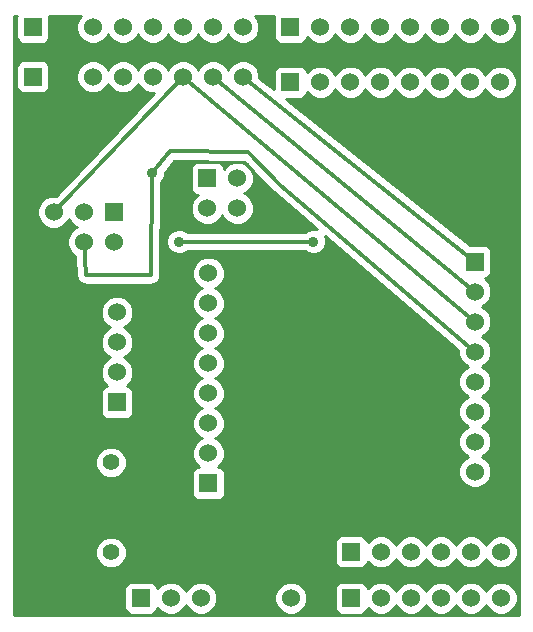
<source format=gbl>
G04 (created by PCBNEW-RS274X (2011-nov-30)-testing) date Fri 25 May 2012 05:34:57 PM EDT*
%MOIN*%
G04 Gerber Fmt 3.4, Leading zero omitted, Abs format*
%FSLAX34Y34*%
G01*
G70*
G90*
G04 APERTURE LIST*
%ADD10C,0.006*%
%ADD11R,0.06X0.06*%
%ADD12C,0.06*%
%ADD13C,0.055*%
%ADD14C,0.035*%
%ADD15C,0.014*%
%ADD16C,0.01*%
G04 APERTURE END LIST*
G54D10*
G54D11*
X58996Y-52520D03*
G54D12*
X59996Y-52520D03*
X60996Y-52520D03*
X61996Y-52520D03*
X62996Y-52520D03*
X63996Y-52520D03*
G54D11*
X61210Y-38530D03*
G54D12*
X62210Y-38530D03*
X61210Y-39530D03*
X62210Y-39530D03*
G54D11*
X58087Y-39657D03*
G54D12*
X58087Y-40657D03*
X57087Y-39657D03*
X57087Y-40657D03*
X56087Y-39657D03*
X56087Y-40657D03*
G54D13*
X58000Y-51000D03*
X56000Y-51000D03*
X58000Y-48000D03*
X56000Y-48000D03*
G54D11*
X55398Y-35146D03*
G54D12*
X56398Y-35146D03*
X57398Y-35146D03*
X58398Y-35146D03*
X59398Y-35146D03*
X60398Y-35146D03*
X61398Y-35146D03*
X62398Y-35146D03*
G54D11*
X63980Y-33491D03*
G54D12*
X64980Y-33491D03*
X65980Y-33491D03*
X66980Y-33491D03*
X67980Y-33491D03*
X68980Y-33491D03*
X69980Y-33491D03*
X70980Y-33491D03*
G54D11*
X63980Y-35320D03*
G54D12*
X64980Y-35320D03*
X65980Y-35320D03*
X66980Y-35320D03*
X67980Y-35320D03*
X68980Y-35320D03*
X69980Y-35320D03*
X70980Y-35320D03*
G54D11*
X55398Y-33492D03*
G54D12*
X56398Y-33492D03*
X57398Y-33492D03*
X58398Y-33492D03*
X59398Y-33492D03*
X60398Y-33492D03*
X61398Y-33492D03*
X62398Y-33492D03*
G54D11*
X61250Y-48700D03*
G54D12*
X61250Y-47700D03*
X61250Y-46700D03*
X61250Y-45700D03*
X61250Y-44700D03*
X61250Y-43700D03*
X61250Y-42700D03*
X61250Y-41700D03*
G54D11*
X65854Y-48776D03*
G54D12*
X65854Y-47776D03*
X65854Y-46776D03*
X65854Y-45776D03*
X65854Y-44776D03*
X65854Y-43776D03*
X65854Y-42776D03*
X65854Y-41776D03*
G54D11*
X70130Y-41303D03*
G54D12*
X70130Y-42303D03*
X70130Y-43303D03*
X70130Y-44303D03*
X70130Y-45303D03*
X70130Y-46303D03*
X70130Y-47303D03*
X70130Y-48303D03*
G54D11*
X66004Y-52520D03*
G54D12*
X67004Y-52520D03*
X68004Y-52520D03*
X69004Y-52520D03*
X70004Y-52520D03*
X71004Y-52520D03*
G54D11*
X66004Y-50984D03*
G54D12*
X67004Y-50984D03*
X68004Y-50984D03*
X69004Y-50984D03*
X70004Y-50984D03*
X71004Y-50984D03*
G54D11*
X58200Y-46000D03*
G54D12*
X58200Y-45000D03*
X58200Y-44000D03*
X58200Y-43000D03*
G54D14*
X59360Y-38360D03*
X60270Y-40640D03*
X64750Y-40640D03*
G54D15*
X70130Y-43303D02*
X60398Y-35146D01*
X56087Y-39657D02*
X60398Y-35146D01*
X70130Y-44303D02*
X63630Y-38750D01*
X59960Y-37630D02*
X59360Y-38360D01*
X62580Y-37660D02*
X59960Y-37630D01*
X63630Y-38750D02*
X62580Y-37660D01*
X57087Y-40657D02*
X57160Y-41760D01*
X59330Y-41760D02*
X59360Y-38360D01*
X57160Y-41760D02*
X59330Y-41760D01*
X60270Y-40640D02*
X64750Y-40640D01*
X62398Y-35146D02*
X70130Y-41303D01*
X61398Y-35146D02*
X70130Y-42303D01*
G54D10*
G36*
X71604Y-53100D02*
X71553Y-53100D01*
X71553Y-52629D01*
X71553Y-52411D01*
X71553Y-51093D01*
X71553Y-50875D01*
X71529Y-50817D01*
X71529Y-35429D01*
X71529Y-35211D01*
X71445Y-35009D01*
X71291Y-34855D01*
X71089Y-34771D01*
X70871Y-34771D01*
X70669Y-34855D01*
X70515Y-35009D01*
X70480Y-35093D01*
X70445Y-35009D01*
X70291Y-34855D01*
X70089Y-34771D01*
X69871Y-34771D01*
X69669Y-34855D01*
X69515Y-35009D01*
X69480Y-35093D01*
X69445Y-35009D01*
X69291Y-34855D01*
X69089Y-34771D01*
X68871Y-34771D01*
X68669Y-34855D01*
X68515Y-35009D01*
X68480Y-35093D01*
X68445Y-35009D01*
X68291Y-34855D01*
X68089Y-34771D01*
X67871Y-34771D01*
X67669Y-34855D01*
X67515Y-35009D01*
X67480Y-35093D01*
X67445Y-35009D01*
X67291Y-34855D01*
X67089Y-34771D01*
X66871Y-34771D01*
X66669Y-34855D01*
X66515Y-35009D01*
X66480Y-35093D01*
X66445Y-35009D01*
X66291Y-34855D01*
X66089Y-34771D01*
X65871Y-34771D01*
X65669Y-34855D01*
X65515Y-35009D01*
X65480Y-35093D01*
X65445Y-35009D01*
X65291Y-34855D01*
X65089Y-34771D01*
X64871Y-34771D01*
X64669Y-34855D01*
X64529Y-34995D01*
X64529Y-34971D01*
X64491Y-34879D01*
X64421Y-34809D01*
X64330Y-34771D01*
X64231Y-34771D01*
X63631Y-34771D01*
X63539Y-34809D01*
X63469Y-34879D01*
X63431Y-34970D01*
X63431Y-35069D01*
X63431Y-35559D01*
X62947Y-35174D01*
X62947Y-35037D01*
X62863Y-34835D01*
X62709Y-34681D01*
X62507Y-34597D01*
X62289Y-34597D01*
X62087Y-34681D01*
X61933Y-34835D01*
X61898Y-34919D01*
X61863Y-34835D01*
X61709Y-34681D01*
X61507Y-34597D01*
X61289Y-34597D01*
X61087Y-34681D01*
X60933Y-34835D01*
X60898Y-34919D01*
X60863Y-34835D01*
X60709Y-34681D01*
X60507Y-34597D01*
X60289Y-34597D01*
X60087Y-34681D01*
X59933Y-34835D01*
X59898Y-34919D01*
X59863Y-34835D01*
X59709Y-34681D01*
X59507Y-34597D01*
X59289Y-34597D01*
X59087Y-34681D01*
X58933Y-34835D01*
X58898Y-34919D01*
X58863Y-34835D01*
X58709Y-34681D01*
X58507Y-34597D01*
X58289Y-34597D01*
X58087Y-34681D01*
X57933Y-34835D01*
X57898Y-34919D01*
X57863Y-34835D01*
X57709Y-34681D01*
X57507Y-34597D01*
X57289Y-34597D01*
X57087Y-34681D01*
X56933Y-34835D01*
X56849Y-35037D01*
X56849Y-35255D01*
X56933Y-35457D01*
X57087Y-35611D01*
X57289Y-35695D01*
X57507Y-35695D01*
X57709Y-35611D01*
X57863Y-35457D01*
X57898Y-35372D01*
X57933Y-35457D01*
X58087Y-35611D01*
X58289Y-35695D01*
X58507Y-35695D01*
X58709Y-35611D01*
X58863Y-35457D01*
X58898Y-35372D01*
X58933Y-35457D01*
X59087Y-35611D01*
X59289Y-35695D01*
X59430Y-35695D01*
X56169Y-39108D01*
X55978Y-39108D01*
X55947Y-39120D01*
X55947Y-35496D01*
X55947Y-35397D01*
X55947Y-34797D01*
X55909Y-34705D01*
X55839Y-34635D01*
X55748Y-34597D01*
X55649Y-34597D01*
X55049Y-34597D01*
X54957Y-34635D01*
X54887Y-34705D01*
X54849Y-34796D01*
X54849Y-34895D01*
X54849Y-35495D01*
X54887Y-35587D01*
X54957Y-35657D01*
X55048Y-35695D01*
X55147Y-35695D01*
X55747Y-35695D01*
X55839Y-35657D01*
X55909Y-35587D01*
X55947Y-35496D01*
X55947Y-39120D01*
X55776Y-39192D01*
X55622Y-39346D01*
X55538Y-39548D01*
X55538Y-39766D01*
X55622Y-39968D01*
X55776Y-40122D01*
X55978Y-40206D01*
X56196Y-40206D01*
X56398Y-40122D01*
X56552Y-39968D01*
X56587Y-39883D01*
X56622Y-39968D01*
X56776Y-40122D01*
X56860Y-40157D01*
X56776Y-40192D01*
X56622Y-40346D01*
X56538Y-40548D01*
X56538Y-40766D01*
X56622Y-40968D01*
X56776Y-41122D01*
X56797Y-41131D01*
X56841Y-41781D01*
X56852Y-41825D01*
X56864Y-41882D01*
X56870Y-41891D01*
X56873Y-41901D01*
X56901Y-41937D01*
X56934Y-41986D01*
X56944Y-41993D01*
X56950Y-42000D01*
X56986Y-42021D01*
X57038Y-42056D01*
X57050Y-42058D01*
X57058Y-42063D01*
X57104Y-42068D01*
X57160Y-42080D01*
X59327Y-42080D01*
X59330Y-42080D01*
X59399Y-42066D01*
X59449Y-42057D01*
X59449Y-42056D01*
X59452Y-42056D01*
X59512Y-42014D01*
X59554Y-41988D01*
X59554Y-41986D01*
X59556Y-41986D01*
X59581Y-41947D01*
X59625Y-41885D01*
X59625Y-41882D01*
X59626Y-41882D01*
X59635Y-41835D01*
X59650Y-41763D01*
X59650Y-41760D01*
X59677Y-38643D01*
X59720Y-38601D01*
X59785Y-38445D01*
X59785Y-38346D01*
X60109Y-37951D01*
X62443Y-37980D01*
X62637Y-38181D01*
X62521Y-38065D01*
X62319Y-37981D01*
X62101Y-37981D01*
X61899Y-38065D01*
X61759Y-38205D01*
X61759Y-38181D01*
X61721Y-38089D01*
X61651Y-38019D01*
X61560Y-37981D01*
X61461Y-37981D01*
X60861Y-37981D01*
X60769Y-38019D01*
X60699Y-38089D01*
X60661Y-38180D01*
X60661Y-38279D01*
X60661Y-38879D01*
X60699Y-38971D01*
X60769Y-39041D01*
X60860Y-39079D01*
X60885Y-39079D01*
X60745Y-39219D01*
X60661Y-39421D01*
X60661Y-39639D01*
X60745Y-39841D01*
X60899Y-39995D01*
X61101Y-40079D01*
X61319Y-40079D01*
X61521Y-39995D01*
X61675Y-39841D01*
X61710Y-39756D01*
X61745Y-39841D01*
X61899Y-39995D01*
X62101Y-40079D01*
X62319Y-40079D01*
X62521Y-39995D01*
X62675Y-39841D01*
X62759Y-39639D01*
X62759Y-39421D01*
X62675Y-39219D01*
X62521Y-39065D01*
X62436Y-39030D01*
X62521Y-38995D01*
X62675Y-38841D01*
X62759Y-38639D01*
X62759Y-38421D01*
X62676Y-38221D01*
X63399Y-38972D01*
X63413Y-38982D01*
X63422Y-38993D01*
X64869Y-40229D01*
X64835Y-40215D01*
X64666Y-40215D01*
X64510Y-40279D01*
X64469Y-40320D01*
X60551Y-40320D01*
X60511Y-40280D01*
X60355Y-40215D01*
X60186Y-40215D01*
X60030Y-40279D01*
X59910Y-40399D01*
X59845Y-40555D01*
X59845Y-40724D01*
X59909Y-40880D01*
X60029Y-41000D01*
X60185Y-41065D01*
X60354Y-41065D01*
X60510Y-41001D01*
X60551Y-40960D01*
X64469Y-40960D01*
X64509Y-41000D01*
X64665Y-41065D01*
X64834Y-41065D01*
X64990Y-41001D01*
X65110Y-40881D01*
X65175Y-40725D01*
X65175Y-40556D01*
X65133Y-40454D01*
X69581Y-44252D01*
X69581Y-44412D01*
X69665Y-44614D01*
X69819Y-44768D01*
X69903Y-44803D01*
X69819Y-44838D01*
X69665Y-44992D01*
X69581Y-45194D01*
X69581Y-45412D01*
X69665Y-45614D01*
X69819Y-45768D01*
X69903Y-45803D01*
X69819Y-45838D01*
X69665Y-45992D01*
X69581Y-46194D01*
X69581Y-46412D01*
X69665Y-46614D01*
X69819Y-46768D01*
X69903Y-46803D01*
X69819Y-46838D01*
X69665Y-46992D01*
X69581Y-47194D01*
X69581Y-47412D01*
X69665Y-47614D01*
X69819Y-47768D01*
X69903Y-47803D01*
X69819Y-47838D01*
X69665Y-47992D01*
X69581Y-48194D01*
X69581Y-48412D01*
X69665Y-48614D01*
X69819Y-48768D01*
X70021Y-48852D01*
X70239Y-48852D01*
X70441Y-48768D01*
X70595Y-48614D01*
X70679Y-48412D01*
X70679Y-48194D01*
X70595Y-47992D01*
X70441Y-47838D01*
X70356Y-47803D01*
X70441Y-47768D01*
X70595Y-47614D01*
X70679Y-47412D01*
X70679Y-47194D01*
X70595Y-46992D01*
X70441Y-46838D01*
X70356Y-46803D01*
X70441Y-46768D01*
X70595Y-46614D01*
X70679Y-46412D01*
X70679Y-46194D01*
X70595Y-45992D01*
X70441Y-45838D01*
X70356Y-45803D01*
X70441Y-45768D01*
X70595Y-45614D01*
X70679Y-45412D01*
X70679Y-45194D01*
X70595Y-44992D01*
X70441Y-44838D01*
X70356Y-44803D01*
X70441Y-44768D01*
X70595Y-44614D01*
X70679Y-44412D01*
X70679Y-44194D01*
X70595Y-43992D01*
X70441Y-43838D01*
X70356Y-43803D01*
X70441Y-43768D01*
X70595Y-43614D01*
X70679Y-43412D01*
X70679Y-43194D01*
X70595Y-42992D01*
X70441Y-42838D01*
X70356Y-42803D01*
X70441Y-42768D01*
X70595Y-42614D01*
X70679Y-42412D01*
X70679Y-42194D01*
X70595Y-41992D01*
X70455Y-41852D01*
X70479Y-41852D01*
X70571Y-41814D01*
X70641Y-41744D01*
X70679Y-41653D01*
X70679Y-41554D01*
X70679Y-40954D01*
X70641Y-40862D01*
X70571Y-40792D01*
X70480Y-40754D01*
X70381Y-40754D01*
X69962Y-40754D01*
X63820Y-35869D01*
X64329Y-35869D01*
X64421Y-35831D01*
X64491Y-35761D01*
X64529Y-35670D01*
X64529Y-35645D01*
X64669Y-35785D01*
X64871Y-35869D01*
X65089Y-35869D01*
X65291Y-35785D01*
X65445Y-35631D01*
X65480Y-35546D01*
X65515Y-35631D01*
X65669Y-35785D01*
X65871Y-35869D01*
X66089Y-35869D01*
X66291Y-35785D01*
X66445Y-35631D01*
X66480Y-35546D01*
X66515Y-35631D01*
X66669Y-35785D01*
X66871Y-35869D01*
X67089Y-35869D01*
X67291Y-35785D01*
X67445Y-35631D01*
X67480Y-35546D01*
X67515Y-35631D01*
X67669Y-35785D01*
X67871Y-35869D01*
X68089Y-35869D01*
X68291Y-35785D01*
X68445Y-35631D01*
X68480Y-35546D01*
X68515Y-35631D01*
X68669Y-35785D01*
X68871Y-35869D01*
X69089Y-35869D01*
X69291Y-35785D01*
X69445Y-35631D01*
X69480Y-35546D01*
X69515Y-35631D01*
X69669Y-35785D01*
X69871Y-35869D01*
X70089Y-35869D01*
X70291Y-35785D01*
X70445Y-35631D01*
X70480Y-35546D01*
X70515Y-35631D01*
X70669Y-35785D01*
X70871Y-35869D01*
X71089Y-35869D01*
X71291Y-35785D01*
X71445Y-35631D01*
X71529Y-35429D01*
X71529Y-50817D01*
X71469Y-50673D01*
X71315Y-50519D01*
X71113Y-50435D01*
X70895Y-50435D01*
X70693Y-50519D01*
X70539Y-50673D01*
X70504Y-50757D01*
X70469Y-50673D01*
X70315Y-50519D01*
X70113Y-50435D01*
X69895Y-50435D01*
X69693Y-50519D01*
X69539Y-50673D01*
X69504Y-50757D01*
X69469Y-50673D01*
X69315Y-50519D01*
X69113Y-50435D01*
X68895Y-50435D01*
X68693Y-50519D01*
X68539Y-50673D01*
X68504Y-50757D01*
X68469Y-50673D01*
X68315Y-50519D01*
X68113Y-50435D01*
X67895Y-50435D01*
X67693Y-50519D01*
X67539Y-50673D01*
X67504Y-50757D01*
X67469Y-50673D01*
X67315Y-50519D01*
X67113Y-50435D01*
X66895Y-50435D01*
X66693Y-50519D01*
X66553Y-50659D01*
X66553Y-50635D01*
X66515Y-50543D01*
X66445Y-50473D01*
X66354Y-50435D01*
X66255Y-50435D01*
X65655Y-50435D01*
X65563Y-50473D01*
X65493Y-50543D01*
X65455Y-50634D01*
X65455Y-50733D01*
X65455Y-51333D01*
X65493Y-51425D01*
X65563Y-51495D01*
X65654Y-51533D01*
X65753Y-51533D01*
X66353Y-51533D01*
X66445Y-51495D01*
X66515Y-51425D01*
X66553Y-51334D01*
X66553Y-51309D01*
X66693Y-51449D01*
X66895Y-51533D01*
X67113Y-51533D01*
X67315Y-51449D01*
X67469Y-51295D01*
X67504Y-51210D01*
X67539Y-51295D01*
X67693Y-51449D01*
X67895Y-51533D01*
X68113Y-51533D01*
X68315Y-51449D01*
X68469Y-51295D01*
X68504Y-51210D01*
X68539Y-51295D01*
X68693Y-51449D01*
X68895Y-51533D01*
X69113Y-51533D01*
X69315Y-51449D01*
X69469Y-51295D01*
X69504Y-51210D01*
X69539Y-51295D01*
X69693Y-51449D01*
X69895Y-51533D01*
X70113Y-51533D01*
X70315Y-51449D01*
X70469Y-51295D01*
X70504Y-51210D01*
X70539Y-51295D01*
X70693Y-51449D01*
X70895Y-51533D01*
X71113Y-51533D01*
X71315Y-51449D01*
X71469Y-51295D01*
X71553Y-51093D01*
X71553Y-52411D01*
X71469Y-52209D01*
X71315Y-52055D01*
X71113Y-51971D01*
X70895Y-51971D01*
X70693Y-52055D01*
X70539Y-52209D01*
X70504Y-52293D01*
X70469Y-52209D01*
X70315Y-52055D01*
X70113Y-51971D01*
X69895Y-51971D01*
X69693Y-52055D01*
X69539Y-52209D01*
X69504Y-52293D01*
X69469Y-52209D01*
X69315Y-52055D01*
X69113Y-51971D01*
X68895Y-51971D01*
X68693Y-52055D01*
X68539Y-52209D01*
X68504Y-52293D01*
X68469Y-52209D01*
X68315Y-52055D01*
X68113Y-51971D01*
X67895Y-51971D01*
X67693Y-52055D01*
X67539Y-52209D01*
X67504Y-52293D01*
X67469Y-52209D01*
X67315Y-52055D01*
X67113Y-51971D01*
X66895Y-51971D01*
X66693Y-52055D01*
X66553Y-52195D01*
X66553Y-52171D01*
X66515Y-52079D01*
X66445Y-52009D01*
X66354Y-51971D01*
X66255Y-51971D01*
X65655Y-51971D01*
X65563Y-52009D01*
X65493Y-52079D01*
X65455Y-52170D01*
X65455Y-52269D01*
X65455Y-52869D01*
X65493Y-52961D01*
X65563Y-53031D01*
X65654Y-53069D01*
X65753Y-53069D01*
X66353Y-53069D01*
X66445Y-53031D01*
X66515Y-52961D01*
X66553Y-52870D01*
X66553Y-52845D01*
X66693Y-52985D01*
X66895Y-53069D01*
X67113Y-53069D01*
X67315Y-52985D01*
X67469Y-52831D01*
X67504Y-52746D01*
X67539Y-52831D01*
X67693Y-52985D01*
X67895Y-53069D01*
X68113Y-53069D01*
X68315Y-52985D01*
X68469Y-52831D01*
X68504Y-52746D01*
X68539Y-52831D01*
X68693Y-52985D01*
X68895Y-53069D01*
X69113Y-53069D01*
X69315Y-52985D01*
X69469Y-52831D01*
X69504Y-52746D01*
X69539Y-52831D01*
X69693Y-52985D01*
X69895Y-53069D01*
X70113Y-53069D01*
X70315Y-52985D01*
X70469Y-52831D01*
X70504Y-52746D01*
X70539Y-52831D01*
X70693Y-52985D01*
X70895Y-53069D01*
X71113Y-53069D01*
X71315Y-52985D01*
X71469Y-52831D01*
X71553Y-52629D01*
X71553Y-53100D01*
X64545Y-53100D01*
X64545Y-52629D01*
X64545Y-52411D01*
X64461Y-52209D01*
X64307Y-52055D01*
X64105Y-51971D01*
X63887Y-51971D01*
X63685Y-52055D01*
X63531Y-52209D01*
X63447Y-52411D01*
X63447Y-52629D01*
X63531Y-52831D01*
X63685Y-52985D01*
X63887Y-53069D01*
X64105Y-53069D01*
X64307Y-52985D01*
X64461Y-52831D01*
X64545Y-52629D01*
X64545Y-53100D01*
X61799Y-53100D01*
X61799Y-49050D01*
X61799Y-48951D01*
X61799Y-48351D01*
X61761Y-48259D01*
X61691Y-48189D01*
X61600Y-48151D01*
X61575Y-48151D01*
X61715Y-48011D01*
X61799Y-47809D01*
X61799Y-47591D01*
X61715Y-47389D01*
X61561Y-47235D01*
X61476Y-47200D01*
X61561Y-47165D01*
X61715Y-47011D01*
X61799Y-46809D01*
X61799Y-46591D01*
X61715Y-46389D01*
X61561Y-46235D01*
X61476Y-46200D01*
X61561Y-46165D01*
X61715Y-46011D01*
X61799Y-45809D01*
X61799Y-45591D01*
X61715Y-45389D01*
X61561Y-45235D01*
X61476Y-45200D01*
X61561Y-45165D01*
X61715Y-45011D01*
X61799Y-44809D01*
X61799Y-44591D01*
X61715Y-44389D01*
X61561Y-44235D01*
X61476Y-44200D01*
X61561Y-44165D01*
X61715Y-44011D01*
X61799Y-43809D01*
X61799Y-43591D01*
X61715Y-43389D01*
X61561Y-43235D01*
X61476Y-43200D01*
X61561Y-43165D01*
X61715Y-43011D01*
X61799Y-42809D01*
X61799Y-42591D01*
X61715Y-42389D01*
X61561Y-42235D01*
X61476Y-42200D01*
X61561Y-42165D01*
X61715Y-42011D01*
X61799Y-41809D01*
X61799Y-41591D01*
X61715Y-41389D01*
X61561Y-41235D01*
X61359Y-41151D01*
X61141Y-41151D01*
X60939Y-41235D01*
X60785Y-41389D01*
X60701Y-41591D01*
X60701Y-41809D01*
X60785Y-42011D01*
X60939Y-42165D01*
X61023Y-42200D01*
X60939Y-42235D01*
X60785Y-42389D01*
X60701Y-42591D01*
X60701Y-42809D01*
X60785Y-43011D01*
X60939Y-43165D01*
X61023Y-43200D01*
X60939Y-43235D01*
X60785Y-43389D01*
X60701Y-43591D01*
X60701Y-43809D01*
X60785Y-44011D01*
X60939Y-44165D01*
X61023Y-44200D01*
X60939Y-44235D01*
X60785Y-44389D01*
X60701Y-44591D01*
X60701Y-44809D01*
X60785Y-45011D01*
X60939Y-45165D01*
X61023Y-45200D01*
X60939Y-45235D01*
X60785Y-45389D01*
X60701Y-45591D01*
X60701Y-45809D01*
X60785Y-46011D01*
X60939Y-46165D01*
X61023Y-46200D01*
X60939Y-46235D01*
X60785Y-46389D01*
X60701Y-46591D01*
X60701Y-46809D01*
X60785Y-47011D01*
X60939Y-47165D01*
X61023Y-47200D01*
X60939Y-47235D01*
X60785Y-47389D01*
X60701Y-47591D01*
X60701Y-47809D01*
X60785Y-48011D01*
X60925Y-48151D01*
X60901Y-48151D01*
X60809Y-48189D01*
X60739Y-48259D01*
X60701Y-48350D01*
X60701Y-48449D01*
X60701Y-49049D01*
X60739Y-49141D01*
X60809Y-49211D01*
X60900Y-49249D01*
X60999Y-49249D01*
X61599Y-49249D01*
X61691Y-49211D01*
X61761Y-49141D01*
X61799Y-49050D01*
X61799Y-53100D01*
X61545Y-53100D01*
X61545Y-52629D01*
X61545Y-52411D01*
X61461Y-52209D01*
X61307Y-52055D01*
X61105Y-51971D01*
X60887Y-51971D01*
X60685Y-52055D01*
X60531Y-52209D01*
X60496Y-52293D01*
X60461Y-52209D01*
X60307Y-52055D01*
X60105Y-51971D01*
X59887Y-51971D01*
X59685Y-52055D01*
X59545Y-52195D01*
X59545Y-52171D01*
X59507Y-52079D01*
X59437Y-52009D01*
X59346Y-51971D01*
X59247Y-51971D01*
X58749Y-51971D01*
X58749Y-46350D01*
X58749Y-46251D01*
X58749Y-45651D01*
X58711Y-45559D01*
X58641Y-45489D01*
X58550Y-45451D01*
X58525Y-45451D01*
X58665Y-45311D01*
X58749Y-45109D01*
X58749Y-44891D01*
X58665Y-44689D01*
X58511Y-44535D01*
X58426Y-44500D01*
X58511Y-44465D01*
X58665Y-44311D01*
X58749Y-44109D01*
X58749Y-43891D01*
X58665Y-43689D01*
X58511Y-43535D01*
X58426Y-43500D01*
X58511Y-43465D01*
X58665Y-43311D01*
X58749Y-43109D01*
X58749Y-42891D01*
X58665Y-42689D01*
X58511Y-42535D01*
X58309Y-42451D01*
X58091Y-42451D01*
X57889Y-42535D01*
X57735Y-42689D01*
X57651Y-42891D01*
X57651Y-43109D01*
X57735Y-43311D01*
X57889Y-43465D01*
X57973Y-43500D01*
X57889Y-43535D01*
X57735Y-43689D01*
X57651Y-43891D01*
X57651Y-44109D01*
X57735Y-44311D01*
X57889Y-44465D01*
X57973Y-44500D01*
X57889Y-44535D01*
X57735Y-44689D01*
X57651Y-44891D01*
X57651Y-45109D01*
X57735Y-45311D01*
X57875Y-45451D01*
X57851Y-45451D01*
X57759Y-45489D01*
X57689Y-45559D01*
X57651Y-45650D01*
X57651Y-45749D01*
X57651Y-46349D01*
X57689Y-46441D01*
X57759Y-46511D01*
X57850Y-46549D01*
X57949Y-46549D01*
X58549Y-46549D01*
X58641Y-46511D01*
X58711Y-46441D01*
X58749Y-46350D01*
X58749Y-51971D01*
X58647Y-51971D01*
X58555Y-52009D01*
X58525Y-52039D01*
X58525Y-51105D01*
X58525Y-50896D01*
X58525Y-48105D01*
X58525Y-47896D01*
X58445Y-47703D01*
X58298Y-47555D01*
X58105Y-47475D01*
X57896Y-47475D01*
X57703Y-47555D01*
X57555Y-47702D01*
X57475Y-47895D01*
X57475Y-48104D01*
X57555Y-48297D01*
X57702Y-48445D01*
X57895Y-48525D01*
X58104Y-48525D01*
X58297Y-48445D01*
X58445Y-48298D01*
X58525Y-48105D01*
X58525Y-50896D01*
X58445Y-50703D01*
X58298Y-50555D01*
X58105Y-50475D01*
X57896Y-50475D01*
X57703Y-50555D01*
X57555Y-50702D01*
X57475Y-50895D01*
X57475Y-51104D01*
X57555Y-51297D01*
X57702Y-51445D01*
X57895Y-51525D01*
X58104Y-51525D01*
X58297Y-51445D01*
X58445Y-51298D01*
X58525Y-51105D01*
X58525Y-52039D01*
X58485Y-52079D01*
X58447Y-52170D01*
X58447Y-52269D01*
X58447Y-52869D01*
X58485Y-52961D01*
X58555Y-53031D01*
X58646Y-53069D01*
X58745Y-53069D01*
X59345Y-53069D01*
X59437Y-53031D01*
X59507Y-52961D01*
X59545Y-52870D01*
X59545Y-52845D01*
X59685Y-52985D01*
X59887Y-53069D01*
X60105Y-53069D01*
X60307Y-52985D01*
X60461Y-52831D01*
X60496Y-52746D01*
X60531Y-52831D01*
X60685Y-52985D01*
X60887Y-53069D01*
X61105Y-53069D01*
X61307Y-52985D01*
X61461Y-52831D01*
X61545Y-52629D01*
X61545Y-53100D01*
X54774Y-53100D01*
X54774Y-33121D01*
X54857Y-33121D01*
X54849Y-33142D01*
X54849Y-33241D01*
X54849Y-33841D01*
X54887Y-33933D01*
X54957Y-34003D01*
X55048Y-34041D01*
X55147Y-34041D01*
X55747Y-34041D01*
X55839Y-34003D01*
X55909Y-33933D01*
X55947Y-33842D01*
X55947Y-33743D01*
X55947Y-33143D01*
X55937Y-33121D01*
X56993Y-33121D01*
X56933Y-33181D01*
X56849Y-33383D01*
X56849Y-33601D01*
X56933Y-33803D01*
X57087Y-33957D01*
X57289Y-34041D01*
X57507Y-34041D01*
X57709Y-33957D01*
X57863Y-33803D01*
X57898Y-33718D01*
X57933Y-33803D01*
X58087Y-33957D01*
X58289Y-34041D01*
X58507Y-34041D01*
X58709Y-33957D01*
X58863Y-33803D01*
X58898Y-33718D01*
X58933Y-33803D01*
X59087Y-33957D01*
X59289Y-34041D01*
X59507Y-34041D01*
X59709Y-33957D01*
X59863Y-33803D01*
X59898Y-33718D01*
X59933Y-33803D01*
X60087Y-33957D01*
X60289Y-34041D01*
X60507Y-34041D01*
X60709Y-33957D01*
X60863Y-33803D01*
X60898Y-33718D01*
X60933Y-33803D01*
X61087Y-33957D01*
X61289Y-34041D01*
X61507Y-34041D01*
X61709Y-33957D01*
X61863Y-33803D01*
X61898Y-33718D01*
X61933Y-33803D01*
X62087Y-33957D01*
X62289Y-34041D01*
X62507Y-34041D01*
X62709Y-33957D01*
X62863Y-33803D01*
X62947Y-33601D01*
X62947Y-33383D01*
X62863Y-33181D01*
X62803Y-33121D01*
X63439Y-33121D01*
X63431Y-33141D01*
X63431Y-33240D01*
X63431Y-33840D01*
X63469Y-33932D01*
X63539Y-34002D01*
X63630Y-34040D01*
X63729Y-34040D01*
X64329Y-34040D01*
X64421Y-34002D01*
X64491Y-33932D01*
X64529Y-33841D01*
X64529Y-33816D01*
X64669Y-33956D01*
X64871Y-34040D01*
X65089Y-34040D01*
X65291Y-33956D01*
X65445Y-33802D01*
X65480Y-33717D01*
X65515Y-33802D01*
X65669Y-33956D01*
X65871Y-34040D01*
X66089Y-34040D01*
X66291Y-33956D01*
X66445Y-33802D01*
X66480Y-33717D01*
X66515Y-33802D01*
X66669Y-33956D01*
X66871Y-34040D01*
X67089Y-34040D01*
X67291Y-33956D01*
X67445Y-33802D01*
X67480Y-33717D01*
X67515Y-33802D01*
X67669Y-33956D01*
X67871Y-34040D01*
X68089Y-34040D01*
X68291Y-33956D01*
X68445Y-33802D01*
X68480Y-33717D01*
X68515Y-33802D01*
X68669Y-33956D01*
X68871Y-34040D01*
X69089Y-34040D01*
X69291Y-33956D01*
X69445Y-33802D01*
X69480Y-33717D01*
X69515Y-33802D01*
X69669Y-33956D01*
X69871Y-34040D01*
X70089Y-34040D01*
X70291Y-33956D01*
X70445Y-33802D01*
X70480Y-33717D01*
X70515Y-33802D01*
X70669Y-33956D01*
X70871Y-34040D01*
X71089Y-34040D01*
X71291Y-33956D01*
X71445Y-33802D01*
X71529Y-33600D01*
X71529Y-33382D01*
X71445Y-33180D01*
X71386Y-33121D01*
X71604Y-33121D01*
X71604Y-53100D01*
X71604Y-53100D01*
G37*
G54D16*
X71604Y-53100D02*
X71553Y-53100D01*
X71553Y-52629D01*
X71553Y-52411D01*
X71553Y-51093D01*
X71553Y-50875D01*
X71529Y-50817D01*
X71529Y-35429D01*
X71529Y-35211D01*
X71445Y-35009D01*
X71291Y-34855D01*
X71089Y-34771D01*
X70871Y-34771D01*
X70669Y-34855D01*
X70515Y-35009D01*
X70480Y-35093D01*
X70445Y-35009D01*
X70291Y-34855D01*
X70089Y-34771D01*
X69871Y-34771D01*
X69669Y-34855D01*
X69515Y-35009D01*
X69480Y-35093D01*
X69445Y-35009D01*
X69291Y-34855D01*
X69089Y-34771D01*
X68871Y-34771D01*
X68669Y-34855D01*
X68515Y-35009D01*
X68480Y-35093D01*
X68445Y-35009D01*
X68291Y-34855D01*
X68089Y-34771D01*
X67871Y-34771D01*
X67669Y-34855D01*
X67515Y-35009D01*
X67480Y-35093D01*
X67445Y-35009D01*
X67291Y-34855D01*
X67089Y-34771D01*
X66871Y-34771D01*
X66669Y-34855D01*
X66515Y-35009D01*
X66480Y-35093D01*
X66445Y-35009D01*
X66291Y-34855D01*
X66089Y-34771D01*
X65871Y-34771D01*
X65669Y-34855D01*
X65515Y-35009D01*
X65480Y-35093D01*
X65445Y-35009D01*
X65291Y-34855D01*
X65089Y-34771D01*
X64871Y-34771D01*
X64669Y-34855D01*
X64529Y-34995D01*
X64529Y-34971D01*
X64491Y-34879D01*
X64421Y-34809D01*
X64330Y-34771D01*
X64231Y-34771D01*
X63631Y-34771D01*
X63539Y-34809D01*
X63469Y-34879D01*
X63431Y-34970D01*
X63431Y-35069D01*
X63431Y-35559D01*
X62947Y-35174D01*
X62947Y-35037D01*
X62863Y-34835D01*
X62709Y-34681D01*
X62507Y-34597D01*
X62289Y-34597D01*
X62087Y-34681D01*
X61933Y-34835D01*
X61898Y-34919D01*
X61863Y-34835D01*
X61709Y-34681D01*
X61507Y-34597D01*
X61289Y-34597D01*
X61087Y-34681D01*
X60933Y-34835D01*
X60898Y-34919D01*
X60863Y-34835D01*
X60709Y-34681D01*
X60507Y-34597D01*
X60289Y-34597D01*
X60087Y-34681D01*
X59933Y-34835D01*
X59898Y-34919D01*
X59863Y-34835D01*
X59709Y-34681D01*
X59507Y-34597D01*
X59289Y-34597D01*
X59087Y-34681D01*
X58933Y-34835D01*
X58898Y-34919D01*
X58863Y-34835D01*
X58709Y-34681D01*
X58507Y-34597D01*
X58289Y-34597D01*
X58087Y-34681D01*
X57933Y-34835D01*
X57898Y-34919D01*
X57863Y-34835D01*
X57709Y-34681D01*
X57507Y-34597D01*
X57289Y-34597D01*
X57087Y-34681D01*
X56933Y-34835D01*
X56849Y-35037D01*
X56849Y-35255D01*
X56933Y-35457D01*
X57087Y-35611D01*
X57289Y-35695D01*
X57507Y-35695D01*
X57709Y-35611D01*
X57863Y-35457D01*
X57898Y-35372D01*
X57933Y-35457D01*
X58087Y-35611D01*
X58289Y-35695D01*
X58507Y-35695D01*
X58709Y-35611D01*
X58863Y-35457D01*
X58898Y-35372D01*
X58933Y-35457D01*
X59087Y-35611D01*
X59289Y-35695D01*
X59430Y-35695D01*
X56169Y-39108D01*
X55978Y-39108D01*
X55947Y-39120D01*
X55947Y-35496D01*
X55947Y-35397D01*
X55947Y-34797D01*
X55909Y-34705D01*
X55839Y-34635D01*
X55748Y-34597D01*
X55649Y-34597D01*
X55049Y-34597D01*
X54957Y-34635D01*
X54887Y-34705D01*
X54849Y-34796D01*
X54849Y-34895D01*
X54849Y-35495D01*
X54887Y-35587D01*
X54957Y-35657D01*
X55048Y-35695D01*
X55147Y-35695D01*
X55747Y-35695D01*
X55839Y-35657D01*
X55909Y-35587D01*
X55947Y-35496D01*
X55947Y-39120D01*
X55776Y-39192D01*
X55622Y-39346D01*
X55538Y-39548D01*
X55538Y-39766D01*
X55622Y-39968D01*
X55776Y-40122D01*
X55978Y-40206D01*
X56196Y-40206D01*
X56398Y-40122D01*
X56552Y-39968D01*
X56587Y-39883D01*
X56622Y-39968D01*
X56776Y-40122D01*
X56860Y-40157D01*
X56776Y-40192D01*
X56622Y-40346D01*
X56538Y-40548D01*
X56538Y-40766D01*
X56622Y-40968D01*
X56776Y-41122D01*
X56797Y-41131D01*
X56841Y-41781D01*
X56852Y-41825D01*
X56864Y-41882D01*
X56870Y-41891D01*
X56873Y-41901D01*
X56901Y-41937D01*
X56934Y-41986D01*
X56944Y-41993D01*
X56950Y-42000D01*
X56986Y-42021D01*
X57038Y-42056D01*
X57050Y-42058D01*
X57058Y-42063D01*
X57104Y-42068D01*
X57160Y-42080D01*
X59327Y-42080D01*
X59330Y-42080D01*
X59399Y-42066D01*
X59449Y-42057D01*
X59449Y-42056D01*
X59452Y-42056D01*
X59512Y-42014D01*
X59554Y-41988D01*
X59554Y-41986D01*
X59556Y-41986D01*
X59581Y-41947D01*
X59625Y-41885D01*
X59625Y-41882D01*
X59626Y-41882D01*
X59635Y-41835D01*
X59650Y-41763D01*
X59650Y-41760D01*
X59677Y-38643D01*
X59720Y-38601D01*
X59785Y-38445D01*
X59785Y-38346D01*
X60109Y-37951D01*
X62443Y-37980D01*
X62637Y-38181D01*
X62521Y-38065D01*
X62319Y-37981D01*
X62101Y-37981D01*
X61899Y-38065D01*
X61759Y-38205D01*
X61759Y-38181D01*
X61721Y-38089D01*
X61651Y-38019D01*
X61560Y-37981D01*
X61461Y-37981D01*
X60861Y-37981D01*
X60769Y-38019D01*
X60699Y-38089D01*
X60661Y-38180D01*
X60661Y-38279D01*
X60661Y-38879D01*
X60699Y-38971D01*
X60769Y-39041D01*
X60860Y-39079D01*
X60885Y-39079D01*
X60745Y-39219D01*
X60661Y-39421D01*
X60661Y-39639D01*
X60745Y-39841D01*
X60899Y-39995D01*
X61101Y-40079D01*
X61319Y-40079D01*
X61521Y-39995D01*
X61675Y-39841D01*
X61710Y-39756D01*
X61745Y-39841D01*
X61899Y-39995D01*
X62101Y-40079D01*
X62319Y-40079D01*
X62521Y-39995D01*
X62675Y-39841D01*
X62759Y-39639D01*
X62759Y-39421D01*
X62675Y-39219D01*
X62521Y-39065D01*
X62436Y-39030D01*
X62521Y-38995D01*
X62675Y-38841D01*
X62759Y-38639D01*
X62759Y-38421D01*
X62676Y-38221D01*
X63399Y-38972D01*
X63413Y-38982D01*
X63422Y-38993D01*
X64869Y-40229D01*
X64835Y-40215D01*
X64666Y-40215D01*
X64510Y-40279D01*
X64469Y-40320D01*
X60551Y-40320D01*
X60511Y-40280D01*
X60355Y-40215D01*
X60186Y-40215D01*
X60030Y-40279D01*
X59910Y-40399D01*
X59845Y-40555D01*
X59845Y-40724D01*
X59909Y-40880D01*
X60029Y-41000D01*
X60185Y-41065D01*
X60354Y-41065D01*
X60510Y-41001D01*
X60551Y-40960D01*
X64469Y-40960D01*
X64509Y-41000D01*
X64665Y-41065D01*
X64834Y-41065D01*
X64990Y-41001D01*
X65110Y-40881D01*
X65175Y-40725D01*
X65175Y-40556D01*
X65133Y-40454D01*
X69581Y-44252D01*
X69581Y-44412D01*
X69665Y-44614D01*
X69819Y-44768D01*
X69903Y-44803D01*
X69819Y-44838D01*
X69665Y-44992D01*
X69581Y-45194D01*
X69581Y-45412D01*
X69665Y-45614D01*
X69819Y-45768D01*
X69903Y-45803D01*
X69819Y-45838D01*
X69665Y-45992D01*
X69581Y-46194D01*
X69581Y-46412D01*
X69665Y-46614D01*
X69819Y-46768D01*
X69903Y-46803D01*
X69819Y-46838D01*
X69665Y-46992D01*
X69581Y-47194D01*
X69581Y-47412D01*
X69665Y-47614D01*
X69819Y-47768D01*
X69903Y-47803D01*
X69819Y-47838D01*
X69665Y-47992D01*
X69581Y-48194D01*
X69581Y-48412D01*
X69665Y-48614D01*
X69819Y-48768D01*
X70021Y-48852D01*
X70239Y-48852D01*
X70441Y-48768D01*
X70595Y-48614D01*
X70679Y-48412D01*
X70679Y-48194D01*
X70595Y-47992D01*
X70441Y-47838D01*
X70356Y-47803D01*
X70441Y-47768D01*
X70595Y-47614D01*
X70679Y-47412D01*
X70679Y-47194D01*
X70595Y-46992D01*
X70441Y-46838D01*
X70356Y-46803D01*
X70441Y-46768D01*
X70595Y-46614D01*
X70679Y-46412D01*
X70679Y-46194D01*
X70595Y-45992D01*
X70441Y-45838D01*
X70356Y-45803D01*
X70441Y-45768D01*
X70595Y-45614D01*
X70679Y-45412D01*
X70679Y-45194D01*
X70595Y-44992D01*
X70441Y-44838D01*
X70356Y-44803D01*
X70441Y-44768D01*
X70595Y-44614D01*
X70679Y-44412D01*
X70679Y-44194D01*
X70595Y-43992D01*
X70441Y-43838D01*
X70356Y-43803D01*
X70441Y-43768D01*
X70595Y-43614D01*
X70679Y-43412D01*
X70679Y-43194D01*
X70595Y-42992D01*
X70441Y-42838D01*
X70356Y-42803D01*
X70441Y-42768D01*
X70595Y-42614D01*
X70679Y-42412D01*
X70679Y-42194D01*
X70595Y-41992D01*
X70455Y-41852D01*
X70479Y-41852D01*
X70571Y-41814D01*
X70641Y-41744D01*
X70679Y-41653D01*
X70679Y-41554D01*
X70679Y-40954D01*
X70641Y-40862D01*
X70571Y-40792D01*
X70480Y-40754D01*
X70381Y-40754D01*
X69962Y-40754D01*
X63820Y-35869D01*
X64329Y-35869D01*
X64421Y-35831D01*
X64491Y-35761D01*
X64529Y-35670D01*
X64529Y-35645D01*
X64669Y-35785D01*
X64871Y-35869D01*
X65089Y-35869D01*
X65291Y-35785D01*
X65445Y-35631D01*
X65480Y-35546D01*
X65515Y-35631D01*
X65669Y-35785D01*
X65871Y-35869D01*
X66089Y-35869D01*
X66291Y-35785D01*
X66445Y-35631D01*
X66480Y-35546D01*
X66515Y-35631D01*
X66669Y-35785D01*
X66871Y-35869D01*
X67089Y-35869D01*
X67291Y-35785D01*
X67445Y-35631D01*
X67480Y-35546D01*
X67515Y-35631D01*
X67669Y-35785D01*
X67871Y-35869D01*
X68089Y-35869D01*
X68291Y-35785D01*
X68445Y-35631D01*
X68480Y-35546D01*
X68515Y-35631D01*
X68669Y-35785D01*
X68871Y-35869D01*
X69089Y-35869D01*
X69291Y-35785D01*
X69445Y-35631D01*
X69480Y-35546D01*
X69515Y-35631D01*
X69669Y-35785D01*
X69871Y-35869D01*
X70089Y-35869D01*
X70291Y-35785D01*
X70445Y-35631D01*
X70480Y-35546D01*
X70515Y-35631D01*
X70669Y-35785D01*
X70871Y-35869D01*
X71089Y-35869D01*
X71291Y-35785D01*
X71445Y-35631D01*
X71529Y-35429D01*
X71529Y-50817D01*
X71469Y-50673D01*
X71315Y-50519D01*
X71113Y-50435D01*
X70895Y-50435D01*
X70693Y-50519D01*
X70539Y-50673D01*
X70504Y-50757D01*
X70469Y-50673D01*
X70315Y-50519D01*
X70113Y-50435D01*
X69895Y-50435D01*
X69693Y-50519D01*
X69539Y-50673D01*
X69504Y-50757D01*
X69469Y-50673D01*
X69315Y-50519D01*
X69113Y-50435D01*
X68895Y-50435D01*
X68693Y-50519D01*
X68539Y-50673D01*
X68504Y-50757D01*
X68469Y-50673D01*
X68315Y-50519D01*
X68113Y-50435D01*
X67895Y-50435D01*
X67693Y-50519D01*
X67539Y-50673D01*
X67504Y-50757D01*
X67469Y-50673D01*
X67315Y-50519D01*
X67113Y-50435D01*
X66895Y-50435D01*
X66693Y-50519D01*
X66553Y-50659D01*
X66553Y-50635D01*
X66515Y-50543D01*
X66445Y-50473D01*
X66354Y-50435D01*
X66255Y-50435D01*
X65655Y-50435D01*
X65563Y-50473D01*
X65493Y-50543D01*
X65455Y-50634D01*
X65455Y-50733D01*
X65455Y-51333D01*
X65493Y-51425D01*
X65563Y-51495D01*
X65654Y-51533D01*
X65753Y-51533D01*
X66353Y-51533D01*
X66445Y-51495D01*
X66515Y-51425D01*
X66553Y-51334D01*
X66553Y-51309D01*
X66693Y-51449D01*
X66895Y-51533D01*
X67113Y-51533D01*
X67315Y-51449D01*
X67469Y-51295D01*
X67504Y-51210D01*
X67539Y-51295D01*
X67693Y-51449D01*
X67895Y-51533D01*
X68113Y-51533D01*
X68315Y-51449D01*
X68469Y-51295D01*
X68504Y-51210D01*
X68539Y-51295D01*
X68693Y-51449D01*
X68895Y-51533D01*
X69113Y-51533D01*
X69315Y-51449D01*
X69469Y-51295D01*
X69504Y-51210D01*
X69539Y-51295D01*
X69693Y-51449D01*
X69895Y-51533D01*
X70113Y-51533D01*
X70315Y-51449D01*
X70469Y-51295D01*
X70504Y-51210D01*
X70539Y-51295D01*
X70693Y-51449D01*
X70895Y-51533D01*
X71113Y-51533D01*
X71315Y-51449D01*
X71469Y-51295D01*
X71553Y-51093D01*
X71553Y-52411D01*
X71469Y-52209D01*
X71315Y-52055D01*
X71113Y-51971D01*
X70895Y-51971D01*
X70693Y-52055D01*
X70539Y-52209D01*
X70504Y-52293D01*
X70469Y-52209D01*
X70315Y-52055D01*
X70113Y-51971D01*
X69895Y-51971D01*
X69693Y-52055D01*
X69539Y-52209D01*
X69504Y-52293D01*
X69469Y-52209D01*
X69315Y-52055D01*
X69113Y-51971D01*
X68895Y-51971D01*
X68693Y-52055D01*
X68539Y-52209D01*
X68504Y-52293D01*
X68469Y-52209D01*
X68315Y-52055D01*
X68113Y-51971D01*
X67895Y-51971D01*
X67693Y-52055D01*
X67539Y-52209D01*
X67504Y-52293D01*
X67469Y-52209D01*
X67315Y-52055D01*
X67113Y-51971D01*
X66895Y-51971D01*
X66693Y-52055D01*
X66553Y-52195D01*
X66553Y-52171D01*
X66515Y-52079D01*
X66445Y-52009D01*
X66354Y-51971D01*
X66255Y-51971D01*
X65655Y-51971D01*
X65563Y-52009D01*
X65493Y-52079D01*
X65455Y-52170D01*
X65455Y-52269D01*
X65455Y-52869D01*
X65493Y-52961D01*
X65563Y-53031D01*
X65654Y-53069D01*
X65753Y-53069D01*
X66353Y-53069D01*
X66445Y-53031D01*
X66515Y-52961D01*
X66553Y-52870D01*
X66553Y-52845D01*
X66693Y-52985D01*
X66895Y-53069D01*
X67113Y-53069D01*
X67315Y-52985D01*
X67469Y-52831D01*
X67504Y-52746D01*
X67539Y-52831D01*
X67693Y-52985D01*
X67895Y-53069D01*
X68113Y-53069D01*
X68315Y-52985D01*
X68469Y-52831D01*
X68504Y-52746D01*
X68539Y-52831D01*
X68693Y-52985D01*
X68895Y-53069D01*
X69113Y-53069D01*
X69315Y-52985D01*
X69469Y-52831D01*
X69504Y-52746D01*
X69539Y-52831D01*
X69693Y-52985D01*
X69895Y-53069D01*
X70113Y-53069D01*
X70315Y-52985D01*
X70469Y-52831D01*
X70504Y-52746D01*
X70539Y-52831D01*
X70693Y-52985D01*
X70895Y-53069D01*
X71113Y-53069D01*
X71315Y-52985D01*
X71469Y-52831D01*
X71553Y-52629D01*
X71553Y-53100D01*
X64545Y-53100D01*
X64545Y-52629D01*
X64545Y-52411D01*
X64461Y-52209D01*
X64307Y-52055D01*
X64105Y-51971D01*
X63887Y-51971D01*
X63685Y-52055D01*
X63531Y-52209D01*
X63447Y-52411D01*
X63447Y-52629D01*
X63531Y-52831D01*
X63685Y-52985D01*
X63887Y-53069D01*
X64105Y-53069D01*
X64307Y-52985D01*
X64461Y-52831D01*
X64545Y-52629D01*
X64545Y-53100D01*
X61799Y-53100D01*
X61799Y-49050D01*
X61799Y-48951D01*
X61799Y-48351D01*
X61761Y-48259D01*
X61691Y-48189D01*
X61600Y-48151D01*
X61575Y-48151D01*
X61715Y-48011D01*
X61799Y-47809D01*
X61799Y-47591D01*
X61715Y-47389D01*
X61561Y-47235D01*
X61476Y-47200D01*
X61561Y-47165D01*
X61715Y-47011D01*
X61799Y-46809D01*
X61799Y-46591D01*
X61715Y-46389D01*
X61561Y-46235D01*
X61476Y-46200D01*
X61561Y-46165D01*
X61715Y-46011D01*
X61799Y-45809D01*
X61799Y-45591D01*
X61715Y-45389D01*
X61561Y-45235D01*
X61476Y-45200D01*
X61561Y-45165D01*
X61715Y-45011D01*
X61799Y-44809D01*
X61799Y-44591D01*
X61715Y-44389D01*
X61561Y-44235D01*
X61476Y-44200D01*
X61561Y-44165D01*
X61715Y-44011D01*
X61799Y-43809D01*
X61799Y-43591D01*
X61715Y-43389D01*
X61561Y-43235D01*
X61476Y-43200D01*
X61561Y-43165D01*
X61715Y-43011D01*
X61799Y-42809D01*
X61799Y-42591D01*
X61715Y-42389D01*
X61561Y-42235D01*
X61476Y-42200D01*
X61561Y-42165D01*
X61715Y-42011D01*
X61799Y-41809D01*
X61799Y-41591D01*
X61715Y-41389D01*
X61561Y-41235D01*
X61359Y-41151D01*
X61141Y-41151D01*
X60939Y-41235D01*
X60785Y-41389D01*
X60701Y-41591D01*
X60701Y-41809D01*
X60785Y-42011D01*
X60939Y-42165D01*
X61023Y-42200D01*
X60939Y-42235D01*
X60785Y-42389D01*
X60701Y-42591D01*
X60701Y-42809D01*
X60785Y-43011D01*
X60939Y-43165D01*
X61023Y-43200D01*
X60939Y-43235D01*
X60785Y-43389D01*
X60701Y-43591D01*
X60701Y-43809D01*
X60785Y-44011D01*
X60939Y-44165D01*
X61023Y-44200D01*
X60939Y-44235D01*
X60785Y-44389D01*
X60701Y-44591D01*
X60701Y-44809D01*
X60785Y-45011D01*
X60939Y-45165D01*
X61023Y-45200D01*
X60939Y-45235D01*
X60785Y-45389D01*
X60701Y-45591D01*
X60701Y-45809D01*
X60785Y-46011D01*
X60939Y-46165D01*
X61023Y-46200D01*
X60939Y-46235D01*
X60785Y-46389D01*
X60701Y-46591D01*
X60701Y-46809D01*
X60785Y-47011D01*
X60939Y-47165D01*
X61023Y-47200D01*
X60939Y-47235D01*
X60785Y-47389D01*
X60701Y-47591D01*
X60701Y-47809D01*
X60785Y-48011D01*
X60925Y-48151D01*
X60901Y-48151D01*
X60809Y-48189D01*
X60739Y-48259D01*
X60701Y-48350D01*
X60701Y-48449D01*
X60701Y-49049D01*
X60739Y-49141D01*
X60809Y-49211D01*
X60900Y-49249D01*
X60999Y-49249D01*
X61599Y-49249D01*
X61691Y-49211D01*
X61761Y-49141D01*
X61799Y-49050D01*
X61799Y-53100D01*
X61545Y-53100D01*
X61545Y-52629D01*
X61545Y-52411D01*
X61461Y-52209D01*
X61307Y-52055D01*
X61105Y-51971D01*
X60887Y-51971D01*
X60685Y-52055D01*
X60531Y-52209D01*
X60496Y-52293D01*
X60461Y-52209D01*
X60307Y-52055D01*
X60105Y-51971D01*
X59887Y-51971D01*
X59685Y-52055D01*
X59545Y-52195D01*
X59545Y-52171D01*
X59507Y-52079D01*
X59437Y-52009D01*
X59346Y-51971D01*
X59247Y-51971D01*
X58749Y-51971D01*
X58749Y-46350D01*
X58749Y-46251D01*
X58749Y-45651D01*
X58711Y-45559D01*
X58641Y-45489D01*
X58550Y-45451D01*
X58525Y-45451D01*
X58665Y-45311D01*
X58749Y-45109D01*
X58749Y-44891D01*
X58665Y-44689D01*
X58511Y-44535D01*
X58426Y-44500D01*
X58511Y-44465D01*
X58665Y-44311D01*
X58749Y-44109D01*
X58749Y-43891D01*
X58665Y-43689D01*
X58511Y-43535D01*
X58426Y-43500D01*
X58511Y-43465D01*
X58665Y-43311D01*
X58749Y-43109D01*
X58749Y-42891D01*
X58665Y-42689D01*
X58511Y-42535D01*
X58309Y-42451D01*
X58091Y-42451D01*
X57889Y-42535D01*
X57735Y-42689D01*
X57651Y-42891D01*
X57651Y-43109D01*
X57735Y-43311D01*
X57889Y-43465D01*
X57973Y-43500D01*
X57889Y-43535D01*
X57735Y-43689D01*
X57651Y-43891D01*
X57651Y-44109D01*
X57735Y-44311D01*
X57889Y-44465D01*
X57973Y-44500D01*
X57889Y-44535D01*
X57735Y-44689D01*
X57651Y-44891D01*
X57651Y-45109D01*
X57735Y-45311D01*
X57875Y-45451D01*
X57851Y-45451D01*
X57759Y-45489D01*
X57689Y-45559D01*
X57651Y-45650D01*
X57651Y-45749D01*
X57651Y-46349D01*
X57689Y-46441D01*
X57759Y-46511D01*
X57850Y-46549D01*
X57949Y-46549D01*
X58549Y-46549D01*
X58641Y-46511D01*
X58711Y-46441D01*
X58749Y-46350D01*
X58749Y-51971D01*
X58647Y-51971D01*
X58555Y-52009D01*
X58525Y-52039D01*
X58525Y-51105D01*
X58525Y-50896D01*
X58525Y-48105D01*
X58525Y-47896D01*
X58445Y-47703D01*
X58298Y-47555D01*
X58105Y-47475D01*
X57896Y-47475D01*
X57703Y-47555D01*
X57555Y-47702D01*
X57475Y-47895D01*
X57475Y-48104D01*
X57555Y-48297D01*
X57702Y-48445D01*
X57895Y-48525D01*
X58104Y-48525D01*
X58297Y-48445D01*
X58445Y-48298D01*
X58525Y-48105D01*
X58525Y-50896D01*
X58445Y-50703D01*
X58298Y-50555D01*
X58105Y-50475D01*
X57896Y-50475D01*
X57703Y-50555D01*
X57555Y-50702D01*
X57475Y-50895D01*
X57475Y-51104D01*
X57555Y-51297D01*
X57702Y-51445D01*
X57895Y-51525D01*
X58104Y-51525D01*
X58297Y-51445D01*
X58445Y-51298D01*
X58525Y-51105D01*
X58525Y-52039D01*
X58485Y-52079D01*
X58447Y-52170D01*
X58447Y-52269D01*
X58447Y-52869D01*
X58485Y-52961D01*
X58555Y-53031D01*
X58646Y-53069D01*
X58745Y-53069D01*
X59345Y-53069D01*
X59437Y-53031D01*
X59507Y-52961D01*
X59545Y-52870D01*
X59545Y-52845D01*
X59685Y-52985D01*
X59887Y-53069D01*
X60105Y-53069D01*
X60307Y-52985D01*
X60461Y-52831D01*
X60496Y-52746D01*
X60531Y-52831D01*
X60685Y-52985D01*
X60887Y-53069D01*
X61105Y-53069D01*
X61307Y-52985D01*
X61461Y-52831D01*
X61545Y-52629D01*
X61545Y-53100D01*
X54774Y-53100D01*
X54774Y-33121D01*
X54857Y-33121D01*
X54849Y-33142D01*
X54849Y-33241D01*
X54849Y-33841D01*
X54887Y-33933D01*
X54957Y-34003D01*
X55048Y-34041D01*
X55147Y-34041D01*
X55747Y-34041D01*
X55839Y-34003D01*
X55909Y-33933D01*
X55947Y-33842D01*
X55947Y-33743D01*
X55947Y-33143D01*
X55937Y-33121D01*
X56993Y-33121D01*
X56933Y-33181D01*
X56849Y-33383D01*
X56849Y-33601D01*
X56933Y-33803D01*
X57087Y-33957D01*
X57289Y-34041D01*
X57507Y-34041D01*
X57709Y-33957D01*
X57863Y-33803D01*
X57898Y-33718D01*
X57933Y-33803D01*
X58087Y-33957D01*
X58289Y-34041D01*
X58507Y-34041D01*
X58709Y-33957D01*
X58863Y-33803D01*
X58898Y-33718D01*
X58933Y-33803D01*
X59087Y-33957D01*
X59289Y-34041D01*
X59507Y-34041D01*
X59709Y-33957D01*
X59863Y-33803D01*
X59898Y-33718D01*
X59933Y-33803D01*
X60087Y-33957D01*
X60289Y-34041D01*
X60507Y-34041D01*
X60709Y-33957D01*
X60863Y-33803D01*
X60898Y-33718D01*
X60933Y-33803D01*
X61087Y-33957D01*
X61289Y-34041D01*
X61507Y-34041D01*
X61709Y-33957D01*
X61863Y-33803D01*
X61898Y-33718D01*
X61933Y-33803D01*
X62087Y-33957D01*
X62289Y-34041D01*
X62507Y-34041D01*
X62709Y-33957D01*
X62863Y-33803D01*
X62947Y-33601D01*
X62947Y-33383D01*
X62863Y-33181D01*
X62803Y-33121D01*
X63439Y-33121D01*
X63431Y-33141D01*
X63431Y-33240D01*
X63431Y-33840D01*
X63469Y-33932D01*
X63539Y-34002D01*
X63630Y-34040D01*
X63729Y-34040D01*
X64329Y-34040D01*
X64421Y-34002D01*
X64491Y-33932D01*
X64529Y-33841D01*
X64529Y-33816D01*
X64669Y-33956D01*
X64871Y-34040D01*
X65089Y-34040D01*
X65291Y-33956D01*
X65445Y-33802D01*
X65480Y-33717D01*
X65515Y-33802D01*
X65669Y-33956D01*
X65871Y-34040D01*
X66089Y-34040D01*
X66291Y-33956D01*
X66445Y-33802D01*
X66480Y-33717D01*
X66515Y-33802D01*
X66669Y-33956D01*
X66871Y-34040D01*
X67089Y-34040D01*
X67291Y-33956D01*
X67445Y-33802D01*
X67480Y-33717D01*
X67515Y-33802D01*
X67669Y-33956D01*
X67871Y-34040D01*
X68089Y-34040D01*
X68291Y-33956D01*
X68445Y-33802D01*
X68480Y-33717D01*
X68515Y-33802D01*
X68669Y-33956D01*
X68871Y-34040D01*
X69089Y-34040D01*
X69291Y-33956D01*
X69445Y-33802D01*
X69480Y-33717D01*
X69515Y-33802D01*
X69669Y-33956D01*
X69871Y-34040D01*
X70089Y-34040D01*
X70291Y-33956D01*
X70445Y-33802D01*
X70480Y-33717D01*
X70515Y-33802D01*
X70669Y-33956D01*
X70871Y-34040D01*
X71089Y-34040D01*
X71291Y-33956D01*
X71445Y-33802D01*
X71529Y-33600D01*
X71529Y-33382D01*
X71445Y-33180D01*
X71386Y-33121D01*
X71604Y-33121D01*
X71604Y-53100D01*
M02*

</source>
